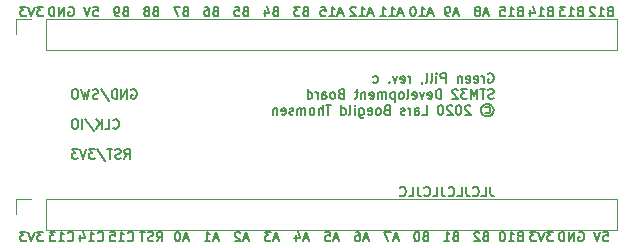
<source format=gbr>
G04 #@! TF.GenerationSoftware,KiCad,Pcbnew,5.1.9+dfsg1-1*
G04 #@! TF.CreationDate,2021-04-10T19:21:44+08:00*
G04 #@! TF.ProjectId,gp,67702e6b-6963-4616-945f-706362585858,c*
G04 #@! TF.SameCoordinates,Original*
G04 #@! TF.FileFunction,Legend,Bot*
G04 #@! TF.FilePolarity,Positive*
%FSLAX46Y46*%
G04 Gerber Fmt 4.6, Leading zero omitted, Abs format (unit mm)*
G04 Created by KiCad (PCBNEW 5.1.9+dfsg1-1) date 2021-04-10 19:21:44*
%MOMM*%
%LPD*%
G01*
G04 APERTURE LIST*
%ADD10C,0.150000*%
%ADD11C,0.120000*%
G04 APERTURE END LIST*
D10*
X164268095Y-111486904D02*
X164534761Y-111105952D01*
X164725238Y-111486904D02*
X164725238Y-110686904D01*
X164420476Y-110686904D01*
X164344285Y-110725000D01*
X164306190Y-110763095D01*
X164268095Y-110839285D01*
X164268095Y-110953571D01*
X164306190Y-111029761D01*
X164344285Y-111067857D01*
X164420476Y-111105952D01*
X164725238Y-111105952D01*
X163963333Y-111448809D02*
X163849047Y-111486904D01*
X163658571Y-111486904D01*
X163582380Y-111448809D01*
X163544285Y-111410714D01*
X163506190Y-111334523D01*
X163506190Y-111258333D01*
X163544285Y-111182142D01*
X163582380Y-111144047D01*
X163658571Y-111105952D01*
X163810952Y-111067857D01*
X163887142Y-111029761D01*
X163925238Y-110991666D01*
X163963333Y-110915476D01*
X163963333Y-110839285D01*
X163925238Y-110763095D01*
X163887142Y-110725000D01*
X163810952Y-110686904D01*
X163620476Y-110686904D01*
X163506190Y-110725000D01*
X163277619Y-110686904D02*
X162820476Y-110686904D01*
X163049047Y-111486904D02*
X163049047Y-110686904D01*
X161513928Y-104501904D02*
X161780595Y-104120952D01*
X161971071Y-104501904D02*
X161971071Y-103701904D01*
X161666309Y-103701904D01*
X161590119Y-103740000D01*
X161552023Y-103778095D01*
X161513928Y-103854285D01*
X161513928Y-103968571D01*
X161552023Y-104044761D01*
X161590119Y-104082857D01*
X161666309Y-104120952D01*
X161971071Y-104120952D01*
X161209166Y-104463809D02*
X161094880Y-104501904D01*
X160904404Y-104501904D01*
X160828214Y-104463809D01*
X160790119Y-104425714D01*
X160752023Y-104349523D01*
X160752023Y-104273333D01*
X160790119Y-104197142D01*
X160828214Y-104159047D01*
X160904404Y-104120952D01*
X161056785Y-104082857D01*
X161132976Y-104044761D01*
X161171071Y-104006666D01*
X161209166Y-103930476D01*
X161209166Y-103854285D01*
X161171071Y-103778095D01*
X161132976Y-103740000D01*
X161056785Y-103701904D01*
X160866309Y-103701904D01*
X160752023Y-103740000D01*
X160523452Y-103701904D02*
X160066309Y-103701904D01*
X160294880Y-104501904D02*
X160294880Y-103701904D01*
X159228214Y-103663809D02*
X159913928Y-104692380D01*
X159037738Y-103701904D02*
X158542500Y-103701904D01*
X158809166Y-104006666D01*
X158694880Y-104006666D01*
X158618690Y-104044761D01*
X158580595Y-104082857D01*
X158542500Y-104159047D01*
X158542500Y-104349523D01*
X158580595Y-104425714D01*
X158618690Y-104463809D01*
X158694880Y-104501904D01*
X158923452Y-104501904D01*
X158999642Y-104463809D01*
X159037738Y-104425714D01*
X158313928Y-103701904D02*
X158047261Y-104501904D01*
X157780595Y-103701904D01*
X157590119Y-103701904D02*
X157094880Y-103701904D01*
X157361547Y-104006666D01*
X157247261Y-104006666D01*
X157171071Y-104044761D01*
X157132976Y-104082857D01*
X157094880Y-104159047D01*
X157094880Y-104349523D01*
X157132976Y-104425714D01*
X157171071Y-104463809D01*
X157247261Y-104501904D01*
X157475833Y-104501904D01*
X157552023Y-104463809D01*
X157590119Y-104425714D01*
X160599642Y-101885714D02*
X160637738Y-101923809D01*
X160752023Y-101961904D01*
X160828214Y-101961904D01*
X160942500Y-101923809D01*
X161018690Y-101847619D01*
X161056785Y-101771428D01*
X161094880Y-101619047D01*
X161094880Y-101504761D01*
X161056785Y-101352380D01*
X161018690Y-101276190D01*
X160942500Y-101200000D01*
X160828214Y-101161904D01*
X160752023Y-101161904D01*
X160637738Y-101200000D01*
X160599642Y-101238095D01*
X159875833Y-101961904D02*
X160256785Y-101961904D01*
X160256785Y-101161904D01*
X159609166Y-101961904D02*
X159609166Y-101161904D01*
X159152023Y-101961904D02*
X159494880Y-101504761D01*
X159152023Y-101161904D02*
X159609166Y-101619047D01*
X158237738Y-101123809D02*
X158923452Y-102152380D01*
X157971071Y-101961904D02*
X157971071Y-101161904D01*
X157437738Y-101161904D02*
X157285357Y-101161904D01*
X157209166Y-101200000D01*
X157132976Y-101276190D01*
X157094880Y-101428571D01*
X157094880Y-101695238D01*
X157132976Y-101847619D01*
X157209166Y-101923809D01*
X157285357Y-101961904D01*
X157437738Y-101961904D01*
X157513928Y-101923809D01*
X157590119Y-101847619D01*
X157628214Y-101695238D01*
X157628214Y-101428571D01*
X157590119Y-101276190D01*
X157513928Y-101200000D01*
X157437738Y-101161904D01*
X162123452Y-98660000D02*
X162199642Y-98621904D01*
X162313928Y-98621904D01*
X162428214Y-98660000D01*
X162504404Y-98736190D01*
X162542500Y-98812380D01*
X162580595Y-98964761D01*
X162580595Y-99079047D01*
X162542500Y-99231428D01*
X162504404Y-99307619D01*
X162428214Y-99383809D01*
X162313928Y-99421904D01*
X162237738Y-99421904D01*
X162123452Y-99383809D01*
X162085357Y-99345714D01*
X162085357Y-99079047D01*
X162237738Y-99079047D01*
X161742500Y-99421904D02*
X161742500Y-98621904D01*
X161285357Y-99421904D01*
X161285357Y-98621904D01*
X160904404Y-99421904D02*
X160904404Y-98621904D01*
X160713928Y-98621904D01*
X160599642Y-98660000D01*
X160523452Y-98736190D01*
X160485357Y-98812380D01*
X160447261Y-98964761D01*
X160447261Y-99079047D01*
X160485357Y-99231428D01*
X160523452Y-99307619D01*
X160599642Y-99383809D01*
X160713928Y-99421904D01*
X160904404Y-99421904D01*
X159532976Y-98583809D02*
X160218690Y-99612380D01*
X159304404Y-99383809D02*
X159190119Y-99421904D01*
X158999642Y-99421904D01*
X158923452Y-99383809D01*
X158885357Y-99345714D01*
X158847261Y-99269523D01*
X158847261Y-99193333D01*
X158885357Y-99117142D01*
X158923452Y-99079047D01*
X158999642Y-99040952D01*
X159152023Y-99002857D01*
X159228214Y-98964761D01*
X159266309Y-98926666D01*
X159304404Y-98850476D01*
X159304404Y-98774285D01*
X159266309Y-98698095D01*
X159228214Y-98660000D01*
X159152023Y-98621904D01*
X158961547Y-98621904D01*
X158847261Y-98660000D01*
X158580595Y-98621904D02*
X158390119Y-99421904D01*
X158237738Y-98850476D01*
X158085357Y-99421904D01*
X157894880Y-98621904D01*
X157437738Y-98621904D02*
X157285357Y-98621904D01*
X157209166Y-98660000D01*
X157132976Y-98736190D01*
X157094880Y-98888571D01*
X157094880Y-99155238D01*
X157132976Y-99307619D01*
X157209166Y-99383809D01*
X157285357Y-99421904D01*
X157437738Y-99421904D01*
X157513928Y-99383809D01*
X157590119Y-99307619D01*
X157628214Y-99155238D01*
X157628214Y-98888571D01*
X157590119Y-98736190D01*
X157513928Y-98660000D01*
X157437738Y-98621904D01*
X192523452Y-106876904D02*
X192523452Y-107448333D01*
X192561547Y-107562619D01*
X192637738Y-107638809D01*
X192752023Y-107676904D01*
X192828214Y-107676904D01*
X191761547Y-107676904D02*
X192142500Y-107676904D01*
X192142500Y-106876904D01*
X191037738Y-107600714D02*
X191075833Y-107638809D01*
X191190119Y-107676904D01*
X191266309Y-107676904D01*
X191380595Y-107638809D01*
X191456785Y-107562619D01*
X191494880Y-107486428D01*
X191532976Y-107334047D01*
X191532976Y-107219761D01*
X191494880Y-107067380D01*
X191456785Y-106991190D01*
X191380595Y-106915000D01*
X191266309Y-106876904D01*
X191190119Y-106876904D01*
X191075833Y-106915000D01*
X191037738Y-106953095D01*
X190466309Y-106876904D02*
X190466309Y-107448333D01*
X190504404Y-107562619D01*
X190580595Y-107638809D01*
X190694880Y-107676904D01*
X190771071Y-107676904D01*
X189704404Y-107676904D02*
X190085357Y-107676904D01*
X190085357Y-106876904D01*
X188980595Y-107600714D02*
X189018690Y-107638809D01*
X189132976Y-107676904D01*
X189209166Y-107676904D01*
X189323452Y-107638809D01*
X189399642Y-107562619D01*
X189437738Y-107486428D01*
X189475833Y-107334047D01*
X189475833Y-107219761D01*
X189437738Y-107067380D01*
X189399642Y-106991190D01*
X189323452Y-106915000D01*
X189209166Y-106876904D01*
X189132976Y-106876904D01*
X189018690Y-106915000D01*
X188980595Y-106953095D01*
X188409166Y-106876904D02*
X188409166Y-107448333D01*
X188447261Y-107562619D01*
X188523452Y-107638809D01*
X188637738Y-107676904D01*
X188713928Y-107676904D01*
X187647261Y-107676904D02*
X188028214Y-107676904D01*
X188028214Y-106876904D01*
X186923452Y-107600714D02*
X186961547Y-107638809D01*
X187075833Y-107676904D01*
X187152023Y-107676904D01*
X187266309Y-107638809D01*
X187342500Y-107562619D01*
X187380595Y-107486428D01*
X187418690Y-107334047D01*
X187418690Y-107219761D01*
X187380595Y-107067380D01*
X187342500Y-106991190D01*
X187266309Y-106915000D01*
X187152023Y-106876904D01*
X187075833Y-106876904D01*
X186961547Y-106915000D01*
X186923452Y-106953095D01*
X186352023Y-106876904D02*
X186352023Y-107448333D01*
X186390119Y-107562619D01*
X186466309Y-107638809D01*
X186580595Y-107676904D01*
X186656785Y-107676904D01*
X185590119Y-107676904D02*
X185971071Y-107676904D01*
X185971071Y-106876904D01*
X184866309Y-107600714D02*
X184904404Y-107638809D01*
X185018690Y-107676904D01*
X185094880Y-107676904D01*
X185209166Y-107638809D01*
X185285357Y-107562619D01*
X185323452Y-107486428D01*
X185361547Y-107334047D01*
X185361547Y-107219761D01*
X185323452Y-107067380D01*
X185285357Y-106991190D01*
X185209166Y-106915000D01*
X185094880Y-106876904D01*
X185018690Y-106876904D01*
X184904404Y-106915000D01*
X184866309Y-106953095D01*
X154660476Y-110686904D02*
X154165238Y-110686904D01*
X154431904Y-110991666D01*
X154317619Y-110991666D01*
X154241428Y-111029761D01*
X154203333Y-111067857D01*
X154165238Y-111144047D01*
X154165238Y-111334523D01*
X154203333Y-111410714D01*
X154241428Y-111448809D01*
X154317619Y-111486904D01*
X154546190Y-111486904D01*
X154622380Y-111448809D01*
X154660476Y-111410714D01*
X153936666Y-110686904D02*
X153670000Y-111486904D01*
X153403333Y-110686904D01*
X153212857Y-110686904D02*
X152717619Y-110686904D01*
X152984285Y-110991666D01*
X152870000Y-110991666D01*
X152793809Y-111029761D01*
X152755714Y-111067857D01*
X152717619Y-111144047D01*
X152717619Y-111334523D01*
X152755714Y-111410714D01*
X152793809Y-111448809D01*
X152870000Y-111486904D01*
X153098571Y-111486904D01*
X153174761Y-111448809D01*
X153212857Y-111410714D01*
X156724285Y-111410714D02*
X156762380Y-111448809D01*
X156876666Y-111486904D01*
X156952857Y-111486904D01*
X157067142Y-111448809D01*
X157143333Y-111372619D01*
X157181428Y-111296428D01*
X157219523Y-111144047D01*
X157219523Y-111029761D01*
X157181428Y-110877380D01*
X157143333Y-110801190D01*
X157067142Y-110725000D01*
X156952857Y-110686904D01*
X156876666Y-110686904D01*
X156762380Y-110725000D01*
X156724285Y-110763095D01*
X155962380Y-111486904D02*
X156419523Y-111486904D01*
X156190952Y-111486904D02*
X156190952Y-110686904D01*
X156267142Y-110801190D01*
X156343333Y-110877380D01*
X156419523Y-110915476D01*
X155695714Y-110686904D02*
X155200476Y-110686904D01*
X155467142Y-110991666D01*
X155352857Y-110991666D01*
X155276666Y-111029761D01*
X155238571Y-111067857D01*
X155200476Y-111144047D01*
X155200476Y-111334523D01*
X155238571Y-111410714D01*
X155276666Y-111448809D01*
X155352857Y-111486904D01*
X155581428Y-111486904D01*
X155657619Y-111448809D01*
X155695714Y-111410714D01*
X159264285Y-111410714D02*
X159302380Y-111448809D01*
X159416666Y-111486904D01*
X159492857Y-111486904D01*
X159607142Y-111448809D01*
X159683333Y-111372619D01*
X159721428Y-111296428D01*
X159759523Y-111144047D01*
X159759523Y-111029761D01*
X159721428Y-110877380D01*
X159683333Y-110801190D01*
X159607142Y-110725000D01*
X159492857Y-110686904D01*
X159416666Y-110686904D01*
X159302380Y-110725000D01*
X159264285Y-110763095D01*
X158502380Y-111486904D02*
X158959523Y-111486904D01*
X158730952Y-111486904D02*
X158730952Y-110686904D01*
X158807142Y-110801190D01*
X158883333Y-110877380D01*
X158959523Y-110915476D01*
X157816666Y-110953571D02*
X157816666Y-111486904D01*
X158007142Y-110648809D02*
X158197619Y-111220238D01*
X157702380Y-111220238D01*
X161804285Y-111410714D02*
X161842380Y-111448809D01*
X161956666Y-111486904D01*
X162032857Y-111486904D01*
X162147142Y-111448809D01*
X162223333Y-111372619D01*
X162261428Y-111296428D01*
X162299523Y-111144047D01*
X162299523Y-111029761D01*
X162261428Y-110877380D01*
X162223333Y-110801190D01*
X162147142Y-110725000D01*
X162032857Y-110686904D01*
X161956666Y-110686904D01*
X161842380Y-110725000D01*
X161804285Y-110763095D01*
X161042380Y-111486904D02*
X161499523Y-111486904D01*
X161270952Y-111486904D02*
X161270952Y-110686904D01*
X161347142Y-110801190D01*
X161423333Y-110877380D01*
X161499523Y-110915476D01*
X160318571Y-110686904D02*
X160699523Y-110686904D01*
X160737619Y-111067857D01*
X160699523Y-111029761D01*
X160623333Y-110991666D01*
X160432857Y-110991666D01*
X160356666Y-111029761D01*
X160318571Y-111067857D01*
X160280476Y-111144047D01*
X160280476Y-111334523D01*
X160318571Y-111410714D01*
X160356666Y-111448809D01*
X160432857Y-111486904D01*
X160623333Y-111486904D01*
X160699523Y-111448809D01*
X160737619Y-111410714D01*
X166941428Y-111258333D02*
X166560476Y-111258333D01*
X167017619Y-111486904D02*
X166750952Y-110686904D01*
X166484285Y-111486904D01*
X166065238Y-110686904D02*
X165989047Y-110686904D01*
X165912857Y-110725000D01*
X165874761Y-110763095D01*
X165836666Y-110839285D01*
X165798571Y-110991666D01*
X165798571Y-111182142D01*
X165836666Y-111334523D01*
X165874761Y-111410714D01*
X165912857Y-111448809D01*
X165989047Y-111486904D01*
X166065238Y-111486904D01*
X166141428Y-111448809D01*
X166179523Y-111410714D01*
X166217619Y-111334523D01*
X166255714Y-111182142D01*
X166255714Y-110991666D01*
X166217619Y-110839285D01*
X166179523Y-110763095D01*
X166141428Y-110725000D01*
X166065238Y-110686904D01*
X169481428Y-111258333D02*
X169100476Y-111258333D01*
X169557619Y-111486904D02*
X169290952Y-110686904D01*
X169024285Y-111486904D01*
X168338571Y-111486904D02*
X168795714Y-111486904D01*
X168567142Y-111486904D02*
X168567142Y-110686904D01*
X168643333Y-110801190D01*
X168719523Y-110877380D01*
X168795714Y-110915476D01*
X172021428Y-111258333D02*
X171640476Y-111258333D01*
X172097619Y-111486904D02*
X171830952Y-110686904D01*
X171564285Y-111486904D01*
X171335714Y-110763095D02*
X171297619Y-110725000D01*
X171221428Y-110686904D01*
X171030952Y-110686904D01*
X170954761Y-110725000D01*
X170916666Y-110763095D01*
X170878571Y-110839285D01*
X170878571Y-110915476D01*
X170916666Y-111029761D01*
X171373809Y-111486904D01*
X170878571Y-111486904D01*
X174561428Y-111258333D02*
X174180476Y-111258333D01*
X174637619Y-111486904D02*
X174370952Y-110686904D01*
X174104285Y-111486904D01*
X173913809Y-110686904D02*
X173418571Y-110686904D01*
X173685238Y-110991666D01*
X173570952Y-110991666D01*
X173494761Y-111029761D01*
X173456666Y-111067857D01*
X173418571Y-111144047D01*
X173418571Y-111334523D01*
X173456666Y-111410714D01*
X173494761Y-111448809D01*
X173570952Y-111486904D01*
X173799523Y-111486904D01*
X173875714Y-111448809D01*
X173913809Y-111410714D01*
X177101428Y-111258333D02*
X176720476Y-111258333D01*
X177177619Y-111486904D02*
X176910952Y-110686904D01*
X176644285Y-111486904D01*
X176034761Y-110953571D02*
X176034761Y-111486904D01*
X176225238Y-110648809D02*
X176415714Y-111220238D01*
X175920476Y-111220238D01*
X179641428Y-111258333D02*
X179260476Y-111258333D01*
X179717619Y-111486904D02*
X179450952Y-110686904D01*
X179184285Y-111486904D01*
X178536666Y-110686904D02*
X178917619Y-110686904D01*
X178955714Y-111067857D01*
X178917619Y-111029761D01*
X178841428Y-110991666D01*
X178650952Y-110991666D01*
X178574761Y-111029761D01*
X178536666Y-111067857D01*
X178498571Y-111144047D01*
X178498571Y-111334523D01*
X178536666Y-111410714D01*
X178574761Y-111448809D01*
X178650952Y-111486904D01*
X178841428Y-111486904D01*
X178917619Y-111448809D01*
X178955714Y-111410714D01*
X182181428Y-111258333D02*
X181800476Y-111258333D01*
X182257619Y-111486904D02*
X181990952Y-110686904D01*
X181724285Y-111486904D01*
X181114761Y-110686904D02*
X181267142Y-110686904D01*
X181343333Y-110725000D01*
X181381428Y-110763095D01*
X181457619Y-110877380D01*
X181495714Y-111029761D01*
X181495714Y-111334523D01*
X181457619Y-111410714D01*
X181419523Y-111448809D01*
X181343333Y-111486904D01*
X181190952Y-111486904D01*
X181114761Y-111448809D01*
X181076666Y-111410714D01*
X181038571Y-111334523D01*
X181038571Y-111144047D01*
X181076666Y-111067857D01*
X181114761Y-111029761D01*
X181190952Y-110991666D01*
X181343333Y-110991666D01*
X181419523Y-111029761D01*
X181457619Y-111067857D01*
X181495714Y-111144047D01*
X184721428Y-111258333D02*
X184340476Y-111258333D01*
X184797619Y-111486904D02*
X184530952Y-110686904D01*
X184264285Y-111486904D01*
X184073809Y-110686904D02*
X183540476Y-110686904D01*
X183883333Y-111486904D01*
X187013809Y-111067857D02*
X186899523Y-111105952D01*
X186861428Y-111144047D01*
X186823333Y-111220238D01*
X186823333Y-111334523D01*
X186861428Y-111410714D01*
X186899523Y-111448809D01*
X186975714Y-111486904D01*
X187280476Y-111486904D01*
X187280476Y-110686904D01*
X187013809Y-110686904D01*
X186937619Y-110725000D01*
X186899523Y-110763095D01*
X186861428Y-110839285D01*
X186861428Y-110915476D01*
X186899523Y-110991666D01*
X186937619Y-111029761D01*
X187013809Y-111067857D01*
X187280476Y-111067857D01*
X186328095Y-110686904D02*
X186251904Y-110686904D01*
X186175714Y-110725000D01*
X186137619Y-110763095D01*
X186099523Y-110839285D01*
X186061428Y-110991666D01*
X186061428Y-111182142D01*
X186099523Y-111334523D01*
X186137619Y-111410714D01*
X186175714Y-111448809D01*
X186251904Y-111486904D01*
X186328095Y-111486904D01*
X186404285Y-111448809D01*
X186442380Y-111410714D01*
X186480476Y-111334523D01*
X186518571Y-111182142D01*
X186518571Y-110991666D01*
X186480476Y-110839285D01*
X186442380Y-110763095D01*
X186404285Y-110725000D01*
X186328095Y-110686904D01*
X189553809Y-111067857D02*
X189439523Y-111105952D01*
X189401428Y-111144047D01*
X189363333Y-111220238D01*
X189363333Y-111334523D01*
X189401428Y-111410714D01*
X189439523Y-111448809D01*
X189515714Y-111486904D01*
X189820476Y-111486904D01*
X189820476Y-110686904D01*
X189553809Y-110686904D01*
X189477619Y-110725000D01*
X189439523Y-110763095D01*
X189401428Y-110839285D01*
X189401428Y-110915476D01*
X189439523Y-110991666D01*
X189477619Y-111029761D01*
X189553809Y-111067857D01*
X189820476Y-111067857D01*
X188601428Y-111486904D02*
X189058571Y-111486904D01*
X188830000Y-111486904D02*
X188830000Y-110686904D01*
X188906190Y-110801190D01*
X188982380Y-110877380D01*
X189058571Y-110915476D01*
X192093809Y-111067857D02*
X191979523Y-111105952D01*
X191941428Y-111144047D01*
X191903333Y-111220238D01*
X191903333Y-111334523D01*
X191941428Y-111410714D01*
X191979523Y-111448809D01*
X192055714Y-111486904D01*
X192360476Y-111486904D01*
X192360476Y-110686904D01*
X192093809Y-110686904D01*
X192017619Y-110725000D01*
X191979523Y-110763095D01*
X191941428Y-110839285D01*
X191941428Y-110915476D01*
X191979523Y-110991666D01*
X192017619Y-111029761D01*
X192093809Y-111067857D01*
X192360476Y-111067857D01*
X191598571Y-110763095D02*
X191560476Y-110725000D01*
X191484285Y-110686904D01*
X191293809Y-110686904D01*
X191217619Y-110725000D01*
X191179523Y-110763095D01*
X191141428Y-110839285D01*
X191141428Y-110915476D01*
X191179523Y-111029761D01*
X191636666Y-111486904D01*
X191141428Y-111486904D01*
X195014761Y-111067857D02*
X194900476Y-111105952D01*
X194862380Y-111144047D01*
X194824285Y-111220238D01*
X194824285Y-111334523D01*
X194862380Y-111410714D01*
X194900476Y-111448809D01*
X194976666Y-111486904D01*
X195281428Y-111486904D01*
X195281428Y-110686904D01*
X195014761Y-110686904D01*
X194938571Y-110725000D01*
X194900476Y-110763095D01*
X194862380Y-110839285D01*
X194862380Y-110915476D01*
X194900476Y-110991666D01*
X194938571Y-111029761D01*
X195014761Y-111067857D01*
X195281428Y-111067857D01*
X194062380Y-111486904D02*
X194519523Y-111486904D01*
X194290952Y-111486904D02*
X194290952Y-110686904D01*
X194367142Y-110801190D01*
X194443333Y-110877380D01*
X194519523Y-110915476D01*
X193567142Y-110686904D02*
X193490952Y-110686904D01*
X193414761Y-110725000D01*
X193376666Y-110763095D01*
X193338571Y-110839285D01*
X193300476Y-110991666D01*
X193300476Y-111182142D01*
X193338571Y-111334523D01*
X193376666Y-111410714D01*
X193414761Y-111448809D01*
X193490952Y-111486904D01*
X193567142Y-111486904D01*
X193643333Y-111448809D01*
X193681428Y-111410714D01*
X193719523Y-111334523D01*
X193757619Y-111182142D01*
X193757619Y-110991666D01*
X193719523Y-110839285D01*
X193681428Y-110763095D01*
X193643333Y-110725000D01*
X193567142Y-110686904D01*
X197840476Y-110686904D02*
X197345238Y-110686904D01*
X197611904Y-110991666D01*
X197497619Y-110991666D01*
X197421428Y-111029761D01*
X197383333Y-111067857D01*
X197345238Y-111144047D01*
X197345238Y-111334523D01*
X197383333Y-111410714D01*
X197421428Y-111448809D01*
X197497619Y-111486904D01*
X197726190Y-111486904D01*
X197802380Y-111448809D01*
X197840476Y-111410714D01*
X197116666Y-110686904D02*
X196850000Y-111486904D01*
X196583333Y-110686904D01*
X196392857Y-110686904D02*
X195897619Y-110686904D01*
X196164285Y-110991666D01*
X196050000Y-110991666D01*
X195973809Y-111029761D01*
X195935714Y-111067857D01*
X195897619Y-111144047D01*
X195897619Y-111334523D01*
X195935714Y-111410714D01*
X195973809Y-111448809D01*
X196050000Y-111486904D01*
X196278571Y-111486904D01*
X196354761Y-111448809D01*
X196392857Y-111410714D01*
X202082380Y-110686904D02*
X202463333Y-110686904D01*
X202501428Y-111067857D01*
X202463333Y-111029761D01*
X202387142Y-110991666D01*
X202196666Y-110991666D01*
X202120476Y-111029761D01*
X202082380Y-111067857D01*
X202044285Y-111144047D01*
X202044285Y-111334523D01*
X202082380Y-111410714D01*
X202120476Y-111448809D01*
X202196666Y-111486904D01*
X202387142Y-111486904D01*
X202463333Y-111448809D01*
X202501428Y-111410714D01*
X201815714Y-110686904D02*
X201549047Y-111486904D01*
X201282380Y-110686904D01*
X199999523Y-110725000D02*
X200075714Y-110686904D01*
X200190000Y-110686904D01*
X200304285Y-110725000D01*
X200380476Y-110801190D01*
X200418571Y-110877380D01*
X200456666Y-111029761D01*
X200456666Y-111144047D01*
X200418571Y-111296428D01*
X200380476Y-111372619D01*
X200304285Y-111448809D01*
X200190000Y-111486904D01*
X200113809Y-111486904D01*
X199999523Y-111448809D01*
X199961428Y-111410714D01*
X199961428Y-111144047D01*
X200113809Y-111144047D01*
X199618571Y-111486904D02*
X199618571Y-110686904D01*
X199161428Y-111486904D01*
X199161428Y-110686904D01*
X198780476Y-111486904D02*
X198780476Y-110686904D01*
X198590000Y-110686904D01*
X198475714Y-110725000D01*
X198399523Y-110801190D01*
X198361428Y-110877380D01*
X198323333Y-111029761D01*
X198323333Y-111144047D01*
X198361428Y-111296428D01*
X198399523Y-111372619D01*
X198475714Y-111448809D01*
X198590000Y-111486904D01*
X198780476Y-111486904D01*
X154660476Y-91636904D02*
X154165238Y-91636904D01*
X154431904Y-91941666D01*
X154317619Y-91941666D01*
X154241428Y-91979761D01*
X154203333Y-92017857D01*
X154165238Y-92094047D01*
X154165238Y-92284523D01*
X154203333Y-92360714D01*
X154241428Y-92398809D01*
X154317619Y-92436904D01*
X154546190Y-92436904D01*
X154622380Y-92398809D01*
X154660476Y-92360714D01*
X153936666Y-91636904D02*
X153670000Y-92436904D01*
X153403333Y-91636904D01*
X153212857Y-91636904D02*
X152717619Y-91636904D01*
X152984285Y-91941666D01*
X152870000Y-91941666D01*
X152793809Y-91979761D01*
X152755714Y-92017857D01*
X152717619Y-92094047D01*
X152717619Y-92284523D01*
X152755714Y-92360714D01*
X152793809Y-92398809D01*
X152870000Y-92436904D01*
X153098571Y-92436904D01*
X153174761Y-92398809D01*
X153212857Y-92360714D01*
X156819523Y-91675000D02*
X156895714Y-91636904D01*
X157010000Y-91636904D01*
X157124285Y-91675000D01*
X157200476Y-91751190D01*
X157238571Y-91827380D01*
X157276666Y-91979761D01*
X157276666Y-92094047D01*
X157238571Y-92246428D01*
X157200476Y-92322619D01*
X157124285Y-92398809D01*
X157010000Y-92436904D01*
X156933809Y-92436904D01*
X156819523Y-92398809D01*
X156781428Y-92360714D01*
X156781428Y-92094047D01*
X156933809Y-92094047D01*
X156438571Y-92436904D02*
X156438571Y-91636904D01*
X155981428Y-92436904D01*
X155981428Y-91636904D01*
X155600476Y-92436904D02*
X155600476Y-91636904D01*
X155410000Y-91636904D01*
X155295714Y-91675000D01*
X155219523Y-91751190D01*
X155181428Y-91827380D01*
X155143333Y-91979761D01*
X155143333Y-92094047D01*
X155181428Y-92246428D01*
X155219523Y-92322619D01*
X155295714Y-92398809D01*
X155410000Y-92436904D01*
X155600476Y-92436904D01*
X158902380Y-91636904D02*
X159283333Y-91636904D01*
X159321428Y-92017857D01*
X159283333Y-91979761D01*
X159207142Y-91941666D01*
X159016666Y-91941666D01*
X158940476Y-91979761D01*
X158902380Y-92017857D01*
X158864285Y-92094047D01*
X158864285Y-92284523D01*
X158902380Y-92360714D01*
X158940476Y-92398809D01*
X159016666Y-92436904D01*
X159207142Y-92436904D01*
X159283333Y-92398809D01*
X159321428Y-92360714D01*
X158635714Y-91636904D02*
X158369047Y-92436904D01*
X158102380Y-91636904D01*
X161613809Y-92017857D02*
X161499523Y-92055952D01*
X161461428Y-92094047D01*
X161423333Y-92170238D01*
X161423333Y-92284523D01*
X161461428Y-92360714D01*
X161499523Y-92398809D01*
X161575714Y-92436904D01*
X161880476Y-92436904D01*
X161880476Y-91636904D01*
X161613809Y-91636904D01*
X161537619Y-91675000D01*
X161499523Y-91713095D01*
X161461428Y-91789285D01*
X161461428Y-91865476D01*
X161499523Y-91941666D01*
X161537619Y-91979761D01*
X161613809Y-92017857D01*
X161880476Y-92017857D01*
X161042380Y-92436904D02*
X160890000Y-92436904D01*
X160813809Y-92398809D01*
X160775714Y-92360714D01*
X160699523Y-92246428D01*
X160661428Y-92094047D01*
X160661428Y-91789285D01*
X160699523Y-91713095D01*
X160737619Y-91675000D01*
X160813809Y-91636904D01*
X160966190Y-91636904D01*
X161042380Y-91675000D01*
X161080476Y-91713095D01*
X161118571Y-91789285D01*
X161118571Y-91979761D01*
X161080476Y-92055952D01*
X161042380Y-92094047D01*
X160966190Y-92132142D01*
X160813809Y-92132142D01*
X160737619Y-92094047D01*
X160699523Y-92055952D01*
X160661428Y-91979761D01*
X164153809Y-92017857D02*
X164039523Y-92055952D01*
X164001428Y-92094047D01*
X163963333Y-92170238D01*
X163963333Y-92284523D01*
X164001428Y-92360714D01*
X164039523Y-92398809D01*
X164115714Y-92436904D01*
X164420476Y-92436904D01*
X164420476Y-91636904D01*
X164153809Y-91636904D01*
X164077619Y-91675000D01*
X164039523Y-91713095D01*
X164001428Y-91789285D01*
X164001428Y-91865476D01*
X164039523Y-91941666D01*
X164077619Y-91979761D01*
X164153809Y-92017857D01*
X164420476Y-92017857D01*
X163506190Y-91979761D02*
X163582380Y-91941666D01*
X163620476Y-91903571D01*
X163658571Y-91827380D01*
X163658571Y-91789285D01*
X163620476Y-91713095D01*
X163582380Y-91675000D01*
X163506190Y-91636904D01*
X163353809Y-91636904D01*
X163277619Y-91675000D01*
X163239523Y-91713095D01*
X163201428Y-91789285D01*
X163201428Y-91827380D01*
X163239523Y-91903571D01*
X163277619Y-91941666D01*
X163353809Y-91979761D01*
X163506190Y-91979761D01*
X163582380Y-92017857D01*
X163620476Y-92055952D01*
X163658571Y-92132142D01*
X163658571Y-92284523D01*
X163620476Y-92360714D01*
X163582380Y-92398809D01*
X163506190Y-92436904D01*
X163353809Y-92436904D01*
X163277619Y-92398809D01*
X163239523Y-92360714D01*
X163201428Y-92284523D01*
X163201428Y-92132142D01*
X163239523Y-92055952D01*
X163277619Y-92017857D01*
X163353809Y-91979761D01*
X166693809Y-92017857D02*
X166579523Y-92055952D01*
X166541428Y-92094047D01*
X166503333Y-92170238D01*
X166503333Y-92284523D01*
X166541428Y-92360714D01*
X166579523Y-92398809D01*
X166655714Y-92436904D01*
X166960476Y-92436904D01*
X166960476Y-91636904D01*
X166693809Y-91636904D01*
X166617619Y-91675000D01*
X166579523Y-91713095D01*
X166541428Y-91789285D01*
X166541428Y-91865476D01*
X166579523Y-91941666D01*
X166617619Y-91979761D01*
X166693809Y-92017857D01*
X166960476Y-92017857D01*
X166236666Y-91636904D02*
X165703333Y-91636904D01*
X166046190Y-92436904D01*
X169233809Y-92017857D02*
X169119523Y-92055952D01*
X169081428Y-92094047D01*
X169043333Y-92170238D01*
X169043333Y-92284523D01*
X169081428Y-92360714D01*
X169119523Y-92398809D01*
X169195714Y-92436904D01*
X169500476Y-92436904D01*
X169500476Y-91636904D01*
X169233809Y-91636904D01*
X169157619Y-91675000D01*
X169119523Y-91713095D01*
X169081428Y-91789285D01*
X169081428Y-91865476D01*
X169119523Y-91941666D01*
X169157619Y-91979761D01*
X169233809Y-92017857D01*
X169500476Y-92017857D01*
X168357619Y-91636904D02*
X168510000Y-91636904D01*
X168586190Y-91675000D01*
X168624285Y-91713095D01*
X168700476Y-91827380D01*
X168738571Y-91979761D01*
X168738571Y-92284523D01*
X168700476Y-92360714D01*
X168662380Y-92398809D01*
X168586190Y-92436904D01*
X168433809Y-92436904D01*
X168357619Y-92398809D01*
X168319523Y-92360714D01*
X168281428Y-92284523D01*
X168281428Y-92094047D01*
X168319523Y-92017857D01*
X168357619Y-91979761D01*
X168433809Y-91941666D01*
X168586190Y-91941666D01*
X168662380Y-91979761D01*
X168700476Y-92017857D01*
X168738571Y-92094047D01*
X171773809Y-92017857D02*
X171659523Y-92055952D01*
X171621428Y-92094047D01*
X171583333Y-92170238D01*
X171583333Y-92284523D01*
X171621428Y-92360714D01*
X171659523Y-92398809D01*
X171735714Y-92436904D01*
X172040476Y-92436904D01*
X172040476Y-91636904D01*
X171773809Y-91636904D01*
X171697619Y-91675000D01*
X171659523Y-91713095D01*
X171621428Y-91789285D01*
X171621428Y-91865476D01*
X171659523Y-91941666D01*
X171697619Y-91979761D01*
X171773809Y-92017857D01*
X172040476Y-92017857D01*
X170859523Y-91636904D02*
X171240476Y-91636904D01*
X171278571Y-92017857D01*
X171240476Y-91979761D01*
X171164285Y-91941666D01*
X170973809Y-91941666D01*
X170897619Y-91979761D01*
X170859523Y-92017857D01*
X170821428Y-92094047D01*
X170821428Y-92284523D01*
X170859523Y-92360714D01*
X170897619Y-92398809D01*
X170973809Y-92436904D01*
X171164285Y-92436904D01*
X171240476Y-92398809D01*
X171278571Y-92360714D01*
X174313809Y-92017857D02*
X174199523Y-92055952D01*
X174161428Y-92094047D01*
X174123333Y-92170238D01*
X174123333Y-92284523D01*
X174161428Y-92360714D01*
X174199523Y-92398809D01*
X174275714Y-92436904D01*
X174580476Y-92436904D01*
X174580476Y-91636904D01*
X174313809Y-91636904D01*
X174237619Y-91675000D01*
X174199523Y-91713095D01*
X174161428Y-91789285D01*
X174161428Y-91865476D01*
X174199523Y-91941666D01*
X174237619Y-91979761D01*
X174313809Y-92017857D01*
X174580476Y-92017857D01*
X173437619Y-91903571D02*
X173437619Y-92436904D01*
X173628095Y-91598809D02*
X173818571Y-92170238D01*
X173323333Y-92170238D01*
X176853809Y-92017857D02*
X176739523Y-92055952D01*
X176701428Y-92094047D01*
X176663333Y-92170238D01*
X176663333Y-92284523D01*
X176701428Y-92360714D01*
X176739523Y-92398809D01*
X176815714Y-92436904D01*
X177120476Y-92436904D01*
X177120476Y-91636904D01*
X176853809Y-91636904D01*
X176777619Y-91675000D01*
X176739523Y-91713095D01*
X176701428Y-91789285D01*
X176701428Y-91865476D01*
X176739523Y-91941666D01*
X176777619Y-91979761D01*
X176853809Y-92017857D01*
X177120476Y-92017857D01*
X176396666Y-91636904D02*
X175901428Y-91636904D01*
X176168095Y-91941666D01*
X176053809Y-91941666D01*
X175977619Y-91979761D01*
X175939523Y-92017857D01*
X175901428Y-92094047D01*
X175901428Y-92284523D01*
X175939523Y-92360714D01*
X175977619Y-92398809D01*
X176053809Y-92436904D01*
X176282380Y-92436904D01*
X176358571Y-92398809D01*
X176396666Y-92360714D01*
X180022380Y-92208333D02*
X179641428Y-92208333D01*
X180098571Y-92436904D02*
X179831904Y-91636904D01*
X179565238Y-92436904D01*
X178879523Y-92436904D02*
X179336666Y-92436904D01*
X179108095Y-92436904D02*
X179108095Y-91636904D01*
X179184285Y-91751190D01*
X179260476Y-91827380D01*
X179336666Y-91865476D01*
X178155714Y-91636904D02*
X178536666Y-91636904D01*
X178574761Y-92017857D01*
X178536666Y-91979761D01*
X178460476Y-91941666D01*
X178270000Y-91941666D01*
X178193809Y-91979761D01*
X178155714Y-92017857D01*
X178117619Y-92094047D01*
X178117619Y-92284523D01*
X178155714Y-92360714D01*
X178193809Y-92398809D01*
X178270000Y-92436904D01*
X178460476Y-92436904D01*
X178536666Y-92398809D01*
X178574761Y-92360714D01*
X182562380Y-92208333D02*
X182181428Y-92208333D01*
X182638571Y-92436904D02*
X182371904Y-91636904D01*
X182105238Y-92436904D01*
X181419523Y-92436904D02*
X181876666Y-92436904D01*
X181648095Y-92436904D02*
X181648095Y-91636904D01*
X181724285Y-91751190D01*
X181800476Y-91827380D01*
X181876666Y-91865476D01*
X181114761Y-91713095D02*
X181076666Y-91675000D01*
X181000476Y-91636904D01*
X180810000Y-91636904D01*
X180733809Y-91675000D01*
X180695714Y-91713095D01*
X180657619Y-91789285D01*
X180657619Y-91865476D01*
X180695714Y-91979761D01*
X181152857Y-92436904D01*
X180657619Y-92436904D01*
X185102380Y-92208333D02*
X184721428Y-92208333D01*
X185178571Y-92436904D02*
X184911904Y-91636904D01*
X184645238Y-92436904D01*
X183959523Y-92436904D02*
X184416666Y-92436904D01*
X184188095Y-92436904D02*
X184188095Y-91636904D01*
X184264285Y-91751190D01*
X184340476Y-91827380D01*
X184416666Y-91865476D01*
X183197619Y-92436904D02*
X183654761Y-92436904D01*
X183426190Y-92436904D02*
X183426190Y-91636904D01*
X183502380Y-91751190D01*
X183578571Y-91827380D01*
X183654761Y-91865476D01*
X187642380Y-92208333D02*
X187261428Y-92208333D01*
X187718571Y-92436904D02*
X187451904Y-91636904D01*
X187185238Y-92436904D01*
X186499523Y-92436904D02*
X186956666Y-92436904D01*
X186728095Y-92436904D02*
X186728095Y-91636904D01*
X186804285Y-91751190D01*
X186880476Y-91827380D01*
X186956666Y-91865476D01*
X186004285Y-91636904D02*
X185928095Y-91636904D01*
X185851904Y-91675000D01*
X185813809Y-91713095D01*
X185775714Y-91789285D01*
X185737619Y-91941666D01*
X185737619Y-92132142D01*
X185775714Y-92284523D01*
X185813809Y-92360714D01*
X185851904Y-92398809D01*
X185928095Y-92436904D01*
X186004285Y-92436904D01*
X186080476Y-92398809D01*
X186118571Y-92360714D01*
X186156666Y-92284523D01*
X186194761Y-92132142D01*
X186194761Y-91941666D01*
X186156666Y-91789285D01*
X186118571Y-91713095D01*
X186080476Y-91675000D01*
X186004285Y-91636904D01*
X189801428Y-92208333D02*
X189420476Y-92208333D01*
X189877619Y-92436904D02*
X189610952Y-91636904D01*
X189344285Y-92436904D01*
X189039523Y-92436904D02*
X188887142Y-92436904D01*
X188810952Y-92398809D01*
X188772857Y-92360714D01*
X188696666Y-92246428D01*
X188658571Y-92094047D01*
X188658571Y-91789285D01*
X188696666Y-91713095D01*
X188734761Y-91675000D01*
X188810952Y-91636904D01*
X188963333Y-91636904D01*
X189039523Y-91675000D01*
X189077619Y-91713095D01*
X189115714Y-91789285D01*
X189115714Y-91979761D01*
X189077619Y-92055952D01*
X189039523Y-92094047D01*
X188963333Y-92132142D01*
X188810952Y-92132142D01*
X188734761Y-92094047D01*
X188696666Y-92055952D01*
X188658571Y-91979761D01*
X192341428Y-92208333D02*
X191960476Y-92208333D01*
X192417619Y-92436904D02*
X192150952Y-91636904D01*
X191884285Y-92436904D01*
X191503333Y-91979761D02*
X191579523Y-91941666D01*
X191617619Y-91903571D01*
X191655714Y-91827380D01*
X191655714Y-91789285D01*
X191617619Y-91713095D01*
X191579523Y-91675000D01*
X191503333Y-91636904D01*
X191350952Y-91636904D01*
X191274761Y-91675000D01*
X191236666Y-91713095D01*
X191198571Y-91789285D01*
X191198571Y-91827380D01*
X191236666Y-91903571D01*
X191274761Y-91941666D01*
X191350952Y-91979761D01*
X191503333Y-91979761D01*
X191579523Y-92017857D01*
X191617619Y-92055952D01*
X191655714Y-92132142D01*
X191655714Y-92284523D01*
X191617619Y-92360714D01*
X191579523Y-92398809D01*
X191503333Y-92436904D01*
X191350952Y-92436904D01*
X191274761Y-92398809D01*
X191236666Y-92360714D01*
X191198571Y-92284523D01*
X191198571Y-92132142D01*
X191236666Y-92055952D01*
X191274761Y-92017857D01*
X191350952Y-91979761D01*
X195014761Y-92017857D02*
X194900476Y-92055952D01*
X194862380Y-92094047D01*
X194824285Y-92170238D01*
X194824285Y-92284523D01*
X194862380Y-92360714D01*
X194900476Y-92398809D01*
X194976666Y-92436904D01*
X195281428Y-92436904D01*
X195281428Y-91636904D01*
X195014761Y-91636904D01*
X194938571Y-91675000D01*
X194900476Y-91713095D01*
X194862380Y-91789285D01*
X194862380Y-91865476D01*
X194900476Y-91941666D01*
X194938571Y-91979761D01*
X195014761Y-92017857D01*
X195281428Y-92017857D01*
X194062380Y-92436904D02*
X194519523Y-92436904D01*
X194290952Y-92436904D02*
X194290952Y-91636904D01*
X194367142Y-91751190D01*
X194443333Y-91827380D01*
X194519523Y-91865476D01*
X193338571Y-91636904D02*
X193719523Y-91636904D01*
X193757619Y-92017857D01*
X193719523Y-91979761D01*
X193643333Y-91941666D01*
X193452857Y-91941666D01*
X193376666Y-91979761D01*
X193338571Y-92017857D01*
X193300476Y-92094047D01*
X193300476Y-92284523D01*
X193338571Y-92360714D01*
X193376666Y-92398809D01*
X193452857Y-92436904D01*
X193643333Y-92436904D01*
X193719523Y-92398809D01*
X193757619Y-92360714D01*
X197554761Y-92017857D02*
X197440476Y-92055952D01*
X197402380Y-92094047D01*
X197364285Y-92170238D01*
X197364285Y-92284523D01*
X197402380Y-92360714D01*
X197440476Y-92398809D01*
X197516666Y-92436904D01*
X197821428Y-92436904D01*
X197821428Y-91636904D01*
X197554761Y-91636904D01*
X197478571Y-91675000D01*
X197440476Y-91713095D01*
X197402380Y-91789285D01*
X197402380Y-91865476D01*
X197440476Y-91941666D01*
X197478571Y-91979761D01*
X197554761Y-92017857D01*
X197821428Y-92017857D01*
X196602380Y-92436904D02*
X197059523Y-92436904D01*
X196830952Y-92436904D02*
X196830952Y-91636904D01*
X196907142Y-91751190D01*
X196983333Y-91827380D01*
X197059523Y-91865476D01*
X195916666Y-91903571D02*
X195916666Y-92436904D01*
X196107142Y-91598809D02*
X196297619Y-92170238D01*
X195802380Y-92170238D01*
X200094761Y-92017857D02*
X199980476Y-92055952D01*
X199942380Y-92094047D01*
X199904285Y-92170238D01*
X199904285Y-92284523D01*
X199942380Y-92360714D01*
X199980476Y-92398809D01*
X200056666Y-92436904D01*
X200361428Y-92436904D01*
X200361428Y-91636904D01*
X200094761Y-91636904D01*
X200018571Y-91675000D01*
X199980476Y-91713095D01*
X199942380Y-91789285D01*
X199942380Y-91865476D01*
X199980476Y-91941666D01*
X200018571Y-91979761D01*
X200094761Y-92017857D01*
X200361428Y-92017857D01*
X199142380Y-92436904D02*
X199599523Y-92436904D01*
X199370952Y-92436904D02*
X199370952Y-91636904D01*
X199447142Y-91751190D01*
X199523333Y-91827380D01*
X199599523Y-91865476D01*
X198875714Y-91636904D02*
X198380476Y-91636904D01*
X198647142Y-91941666D01*
X198532857Y-91941666D01*
X198456666Y-91979761D01*
X198418571Y-92017857D01*
X198380476Y-92094047D01*
X198380476Y-92284523D01*
X198418571Y-92360714D01*
X198456666Y-92398809D01*
X198532857Y-92436904D01*
X198761428Y-92436904D01*
X198837619Y-92398809D01*
X198875714Y-92360714D01*
X202634761Y-92017857D02*
X202520476Y-92055952D01*
X202482380Y-92094047D01*
X202444285Y-92170238D01*
X202444285Y-92284523D01*
X202482380Y-92360714D01*
X202520476Y-92398809D01*
X202596666Y-92436904D01*
X202901428Y-92436904D01*
X202901428Y-91636904D01*
X202634761Y-91636904D01*
X202558571Y-91675000D01*
X202520476Y-91713095D01*
X202482380Y-91789285D01*
X202482380Y-91865476D01*
X202520476Y-91941666D01*
X202558571Y-91979761D01*
X202634761Y-92017857D01*
X202901428Y-92017857D01*
X201682380Y-92436904D02*
X202139523Y-92436904D01*
X201910952Y-92436904D02*
X201910952Y-91636904D01*
X201987142Y-91751190D01*
X202063333Y-91827380D01*
X202139523Y-91865476D01*
X201377619Y-91713095D02*
X201339523Y-91675000D01*
X201263333Y-91636904D01*
X201072857Y-91636904D01*
X200996666Y-91675000D01*
X200958571Y-91713095D01*
X200920476Y-91789285D01*
X200920476Y-91865476D01*
X200958571Y-91979761D01*
X201415714Y-92436904D01*
X200920476Y-92436904D01*
X192332976Y-97310000D02*
X192409166Y-97271904D01*
X192523452Y-97271904D01*
X192637738Y-97310000D01*
X192713928Y-97386190D01*
X192752023Y-97462380D01*
X192790119Y-97614761D01*
X192790119Y-97729047D01*
X192752023Y-97881428D01*
X192713928Y-97957619D01*
X192637738Y-98033809D01*
X192523452Y-98071904D01*
X192447261Y-98071904D01*
X192332976Y-98033809D01*
X192294880Y-97995714D01*
X192294880Y-97729047D01*
X192447261Y-97729047D01*
X191952023Y-98071904D02*
X191952023Y-97538571D01*
X191952023Y-97690952D02*
X191913928Y-97614761D01*
X191875833Y-97576666D01*
X191799642Y-97538571D01*
X191723452Y-97538571D01*
X191152023Y-98033809D02*
X191228214Y-98071904D01*
X191380595Y-98071904D01*
X191456785Y-98033809D01*
X191494880Y-97957619D01*
X191494880Y-97652857D01*
X191456785Y-97576666D01*
X191380595Y-97538571D01*
X191228214Y-97538571D01*
X191152023Y-97576666D01*
X191113928Y-97652857D01*
X191113928Y-97729047D01*
X191494880Y-97805238D01*
X190466309Y-98033809D02*
X190542500Y-98071904D01*
X190694880Y-98071904D01*
X190771071Y-98033809D01*
X190809166Y-97957619D01*
X190809166Y-97652857D01*
X190771071Y-97576666D01*
X190694880Y-97538571D01*
X190542500Y-97538571D01*
X190466309Y-97576666D01*
X190428214Y-97652857D01*
X190428214Y-97729047D01*
X190809166Y-97805238D01*
X190085357Y-97538571D02*
X190085357Y-98071904D01*
X190085357Y-97614761D02*
X190047261Y-97576666D01*
X189971071Y-97538571D01*
X189856785Y-97538571D01*
X189780595Y-97576666D01*
X189742500Y-97652857D01*
X189742500Y-98071904D01*
X188752023Y-98071904D02*
X188752023Y-97271904D01*
X188447261Y-97271904D01*
X188371071Y-97310000D01*
X188332976Y-97348095D01*
X188294880Y-97424285D01*
X188294880Y-97538571D01*
X188332976Y-97614761D01*
X188371071Y-97652857D01*
X188447261Y-97690952D01*
X188752023Y-97690952D01*
X187952023Y-98071904D02*
X187952023Y-97538571D01*
X187952023Y-97271904D02*
X187990119Y-97310000D01*
X187952023Y-97348095D01*
X187913928Y-97310000D01*
X187952023Y-97271904D01*
X187952023Y-97348095D01*
X187456785Y-98071904D02*
X187532976Y-98033809D01*
X187571071Y-97957619D01*
X187571071Y-97271904D01*
X187037738Y-98071904D02*
X187113928Y-98033809D01*
X187152023Y-97957619D01*
X187152023Y-97271904D01*
X186694880Y-98033809D02*
X186694880Y-98071904D01*
X186732976Y-98148095D01*
X186771071Y-98186190D01*
X185742500Y-98071904D02*
X185742500Y-97538571D01*
X185742500Y-97690952D02*
X185704404Y-97614761D01*
X185666309Y-97576666D01*
X185590119Y-97538571D01*
X185513928Y-97538571D01*
X184942500Y-98033809D02*
X185018690Y-98071904D01*
X185171071Y-98071904D01*
X185247261Y-98033809D01*
X185285357Y-97957619D01*
X185285357Y-97652857D01*
X185247261Y-97576666D01*
X185171071Y-97538571D01*
X185018690Y-97538571D01*
X184942500Y-97576666D01*
X184904404Y-97652857D01*
X184904404Y-97729047D01*
X185285357Y-97805238D01*
X184637738Y-97538571D02*
X184447261Y-98071904D01*
X184256785Y-97538571D01*
X183952023Y-97995714D02*
X183913928Y-98033809D01*
X183952023Y-98071904D01*
X183990119Y-98033809D01*
X183952023Y-97995714D01*
X183952023Y-98071904D01*
X182618690Y-98033809D02*
X182694880Y-98071904D01*
X182847261Y-98071904D01*
X182923452Y-98033809D01*
X182961547Y-97995714D01*
X182999642Y-97919523D01*
X182999642Y-97690952D01*
X182961547Y-97614761D01*
X182923452Y-97576666D01*
X182847261Y-97538571D01*
X182694880Y-97538571D01*
X182618690Y-97576666D01*
X192790119Y-99383809D02*
X192675833Y-99421904D01*
X192485357Y-99421904D01*
X192409166Y-99383809D01*
X192371071Y-99345714D01*
X192332976Y-99269523D01*
X192332976Y-99193333D01*
X192371071Y-99117142D01*
X192409166Y-99079047D01*
X192485357Y-99040952D01*
X192637738Y-99002857D01*
X192713928Y-98964761D01*
X192752023Y-98926666D01*
X192790119Y-98850476D01*
X192790119Y-98774285D01*
X192752023Y-98698095D01*
X192713928Y-98660000D01*
X192637738Y-98621904D01*
X192447261Y-98621904D01*
X192332976Y-98660000D01*
X192104404Y-98621904D02*
X191647261Y-98621904D01*
X191875833Y-99421904D02*
X191875833Y-98621904D01*
X191380595Y-99421904D02*
X191380595Y-98621904D01*
X191113928Y-99193333D01*
X190847261Y-98621904D01*
X190847261Y-99421904D01*
X190542500Y-98621904D02*
X190047261Y-98621904D01*
X190313928Y-98926666D01*
X190199642Y-98926666D01*
X190123452Y-98964761D01*
X190085357Y-99002857D01*
X190047261Y-99079047D01*
X190047261Y-99269523D01*
X190085357Y-99345714D01*
X190123452Y-99383809D01*
X190199642Y-99421904D01*
X190428214Y-99421904D01*
X190504404Y-99383809D01*
X190542500Y-99345714D01*
X189742500Y-98698095D02*
X189704404Y-98660000D01*
X189628214Y-98621904D01*
X189437738Y-98621904D01*
X189361547Y-98660000D01*
X189323452Y-98698095D01*
X189285357Y-98774285D01*
X189285357Y-98850476D01*
X189323452Y-98964761D01*
X189780595Y-99421904D01*
X189285357Y-99421904D01*
X188332976Y-99421904D02*
X188332976Y-98621904D01*
X188142500Y-98621904D01*
X188028214Y-98660000D01*
X187952023Y-98736190D01*
X187913928Y-98812380D01*
X187875833Y-98964761D01*
X187875833Y-99079047D01*
X187913928Y-99231428D01*
X187952023Y-99307619D01*
X188028214Y-99383809D01*
X188142500Y-99421904D01*
X188332976Y-99421904D01*
X187228214Y-99383809D02*
X187304404Y-99421904D01*
X187456785Y-99421904D01*
X187532976Y-99383809D01*
X187571071Y-99307619D01*
X187571071Y-99002857D01*
X187532976Y-98926666D01*
X187456785Y-98888571D01*
X187304404Y-98888571D01*
X187228214Y-98926666D01*
X187190119Y-99002857D01*
X187190119Y-99079047D01*
X187571071Y-99155238D01*
X186923452Y-98888571D02*
X186732976Y-99421904D01*
X186542500Y-98888571D01*
X185932976Y-99383809D02*
X186009166Y-99421904D01*
X186161547Y-99421904D01*
X186237738Y-99383809D01*
X186275833Y-99307619D01*
X186275833Y-99002857D01*
X186237738Y-98926666D01*
X186161547Y-98888571D01*
X186009166Y-98888571D01*
X185932976Y-98926666D01*
X185894880Y-99002857D01*
X185894880Y-99079047D01*
X186275833Y-99155238D01*
X185437738Y-99421904D02*
X185513928Y-99383809D01*
X185552023Y-99307619D01*
X185552023Y-98621904D01*
X185018690Y-99421904D02*
X185094880Y-99383809D01*
X185132976Y-99345714D01*
X185171071Y-99269523D01*
X185171071Y-99040952D01*
X185132976Y-98964761D01*
X185094880Y-98926666D01*
X185018690Y-98888571D01*
X184904404Y-98888571D01*
X184828214Y-98926666D01*
X184790119Y-98964761D01*
X184752023Y-99040952D01*
X184752023Y-99269523D01*
X184790119Y-99345714D01*
X184828214Y-99383809D01*
X184904404Y-99421904D01*
X185018690Y-99421904D01*
X184409166Y-98888571D02*
X184409166Y-99688571D01*
X184409166Y-98926666D02*
X184332976Y-98888571D01*
X184180595Y-98888571D01*
X184104404Y-98926666D01*
X184066309Y-98964761D01*
X184028214Y-99040952D01*
X184028214Y-99269523D01*
X184066309Y-99345714D01*
X184104404Y-99383809D01*
X184180595Y-99421904D01*
X184332976Y-99421904D01*
X184409166Y-99383809D01*
X183685357Y-99421904D02*
X183685357Y-98888571D01*
X183685357Y-98964761D02*
X183647261Y-98926666D01*
X183571071Y-98888571D01*
X183456785Y-98888571D01*
X183380595Y-98926666D01*
X183342500Y-99002857D01*
X183342500Y-99421904D01*
X183342500Y-99002857D02*
X183304404Y-98926666D01*
X183228214Y-98888571D01*
X183113928Y-98888571D01*
X183037738Y-98926666D01*
X182999642Y-99002857D01*
X182999642Y-99421904D01*
X182313928Y-99383809D02*
X182390119Y-99421904D01*
X182542500Y-99421904D01*
X182618690Y-99383809D01*
X182656785Y-99307619D01*
X182656785Y-99002857D01*
X182618690Y-98926666D01*
X182542500Y-98888571D01*
X182390119Y-98888571D01*
X182313928Y-98926666D01*
X182275833Y-99002857D01*
X182275833Y-99079047D01*
X182656785Y-99155238D01*
X181932976Y-98888571D02*
X181932976Y-99421904D01*
X181932976Y-98964761D02*
X181894880Y-98926666D01*
X181818690Y-98888571D01*
X181704404Y-98888571D01*
X181628214Y-98926666D01*
X181590119Y-99002857D01*
X181590119Y-99421904D01*
X181323452Y-98888571D02*
X181018690Y-98888571D01*
X181209166Y-98621904D02*
X181209166Y-99307619D01*
X181171071Y-99383809D01*
X181094880Y-99421904D01*
X181018690Y-99421904D01*
X179875833Y-99002857D02*
X179761547Y-99040952D01*
X179723452Y-99079047D01*
X179685357Y-99155238D01*
X179685357Y-99269523D01*
X179723452Y-99345714D01*
X179761547Y-99383809D01*
X179837738Y-99421904D01*
X180142500Y-99421904D01*
X180142500Y-98621904D01*
X179875833Y-98621904D01*
X179799642Y-98660000D01*
X179761547Y-98698095D01*
X179723452Y-98774285D01*
X179723452Y-98850476D01*
X179761547Y-98926666D01*
X179799642Y-98964761D01*
X179875833Y-99002857D01*
X180142500Y-99002857D01*
X179228214Y-99421904D02*
X179304404Y-99383809D01*
X179342500Y-99345714D01*
X179380595Y-99269523D01*
X179380595Y-99040952D01*
X179342500Y-98964761D01*
X179304404Y-98926666D01*
X179228214Y-98888571D01*
X179113928Y-98888571D01*
X179037738Y-98926666D01*
X178999642Y-98964761D01*
X178961547Y-99040952D01*
X178961547Y-99269523D01*
X178999642Y-99345714D01*
X179037738Y-99383809D01*
X179113928Y-99421904D01*
X179228214Y-99421904D01*
X178275833Y-99421904D02*
X178275833Y-99002857D01*
X178313928Y-98926666D01*
X178390119Y-98888571D01*
X178542500Y-98888571D01*
X178618690Y-98926666D01*
X178275833Y-99383809D02*
X178352023Y-99421904D01*
X178542500Y-99421904D01*
X178618690Y-99383809D01*
X178656785Y-99307619D01*
X178656785Y-99231428D01*
X178618690Y-99155238D01*
X178542500Y-99117142D01*
X178352023Y-99117142D01*
X178275833Y-99079047D01*
X177894880Y-99421904D02*
X177894880Y-98888571D01*
X177894880Y-99040952D02*
X177856785Y-98964761D01*
X177818690Y-98926666D01*
X177742500Y-98888571D01*
X177666309Y-98888571D01*
X177056785Y-99421904D02*
X177056785Y-98621904D01*
X177056785Y-99383809D02*
X177132976Y-99421904D01*
X177285357Y-99421904D01*
X177361547Y-99383809D01*
X177399642Y-99345714D01*
X177437738Y-99269523D01*
X177437738Y-99040952D01*
X177399642Y-98964761D01*
X177361547Y-98926666D01*
X177285357Y-98888571D01*
X177132976Y-98888571D01*
X177056785Y-98926666D01*
X192104404Y-100162380D02*
X192180595Y-100124285D01*
X192332976Y-100124285D01*
X192409166Y-100162380D01*
X192485357Y-100238571D01*
X192523452Y-100314761D01*
X192523452Y-100467142D01*
X192485357Y-100543333D01*
X192409166Y-100619523D01*
X192332976Y-100657619D01*
X192180595Y-100657619D01*
X192104404Y-100619523D01*
X192256785Y-99857619D02*
X192447261Y-99895714D01*
X192637738Y-100010000D01*
X192752023Y-100200476D01*
X192790119Y-100390952D01*
X192752023Y-100581428D01*
X192637738Y-100771904D01*
X192447261Y-100886190D01*
X192256785Y-100924285D01*
X192066309Y-100886190D01*
X191875833Y-100771904D01*
X191761547Y-100581428D01*
X191723452Y-100390952D01*
X191761547Y-100200476D01*
X191875833Y-100010000D01*
X192066309Y-99895714D01*
X192256785Y-99857619D01*
X190809166Y-100048095D02*
X190771071Y-100010000D01*
X190694880Y-99971904D01*
X190504404Y-99971904D01*
X190428214Y-100010000D01*
X190390119Y-100048095D01*
X190352023Y-100124285D01*
X190352023Y-100200476D01*
X190390119Y-100314761D01*
X190847261Y-100771904D01*
X190352023Y-100771904D01*
X189856785Y-99971904D02*
X189780595Y-99971904D01*
X189704404Y-100010000D01*
X189666309Y-100048095D01*
X189628214Y-100124285D01*
X189590119Y-100276666D01*
X189590119Y-100467142D01*
X189628214Y-100619523D01*
X189666309Y-100695714D01*
X189704404Y-100733809D01*
X189780595Y-100771904D01*
X189856785Y-100771904D01*
X189932976Y-100733809D01*
X189971071Y-100695714D01*
X190009166Y-100619523D01*
X190047261Y-100467142D01*
X190047261Y-100276666D01*
X190009166Y-100124285D01*
X189971071Y-100048095D01*
X189932976Y-100010000D01*
X189856785Y-99971904D01*
X189285357Y-100048095D02*
X189247261Y-100010000D01*
X189171071Y-99971904D01*
X188980595Y-99971904D01*
X188904404Y-100010000D01*
X188866309Y-100048095D01*
X188828214Y-100124285D01*
X188828214Y-100200476D01*
X188866309Y-100314761D01*
X189323452Y-100771904D01*
X188828214Y-100771904D01*
X188332976Y-99971904D02*
X188256785Y-99971904D01*
X188180595Y-100010000D01*
X188142500Y-100048095D01*
X188104404Y-100124285D01*
X188066309Y-100276666D01*
X188066309Y-100467142D01*
X188104404Y-100619523D01*
X188142500Y-100695714D01*
X188180595Y-100733809D01*
X188256785Y-100771904D01*
X188332976Y-100771904D01*
X188409166Y-100733809D01*
X188447261Y-100695714D01*
X188485357Y-100619523D01*
X188523452Y-100467142D01*
X188523452Y-100276666D01*
X188485357Y-100124285D01*
X188447261Y-100048095D01*
X188409166Y-100010000D01*
X188332976Y-99971904D01*
X186732976Y-100771904D02*
X187113928Y-100771904D01*
X187113928Y-99971904D01*
X186123452Y-100771904D02*
X186123452Y-100352857D01*
X186161547Y-100276666D01*
X186237738Y-100238571D01*
X186390119Y-100238571D01*
X186466309Y-100276666D01*
X186123452Y-100733809D02*
X186199642Y-100771904D01*
X186390119Y-100771904D01*
X186466309Y-100733809D01*
X186504404Y-100657619D01*
X186504404Y-100581428D01*
X186466309Y-100505238D01*
X186390119Y-100467142D01*
X186199642Y-100467142D01*
X186123452Y-100429047D01*
X185742500Y-100771904D02*
X185742500Y-100238571D01*
X185742500Y-100390952D02*
X185704404Y-100314761D01*
X185666309Y-100276666D01*
X185590119Y-100238571D01*
X185513928Y-100238571D01*
X185285357Y-100733809D02*
X185209166Y-100771904D01*
X185056785Y-100771904D01*
X184980595Y-100733809D01*
X184942500Y-100657619D01*
X184942500Y-100619523D01*
X184980595Y-100543333D01*
X185056785Y-100505238D01*
X185171071Y-100505238D01*
X185247261Y-100467142D01*
X185285357Y-100390952D01*
X185285357Y-100352857D01*
X185247261Y-100276666D01*
X185171071Y-100238571D01*
X185056785Y-100238571D01*
X184980595Y-100276666D01*
X183723452Y-100352857D02*
X183609166Y-100390952D01*
X183571071Y-100429047D01*
X183532976Y-100505238D01*
X183532976Y-100619523D01*
X183571071Y-100695714D01*
X183609166Y-100733809D01*
X183685357Y-100771904D01*
X183990119Y-100771904D01*
X183990119Y-99971904D01*
X183723452Y-99971904D01*
X183647261Y-100010000D01*
X183609166Y-100048095D01*
X183571071Y-100124285D01*
X183571071Y-100200476D01*
X183609166Y-100276666D01*
X183647261Y-100314761D01*
X183723452Y-100352857D01*
X183990119Y-100352857D01*
X183075833Y-100771904D02*
X183152023Y-100733809D01*
X183190119Y-100695714D01*
X183228214Y-100619523D01*
X183228214Y-100390952D01*
X183190119Y-100314761D01*
X183152023Y-100276666D01*
X183075833Y-100238571D01*
X182961547Y-100238571D01*
X182885357Y-100276666D01*
X182847261Y-100314761D01*
X182809166Y-100390952D01*
X182809166Y-100619523D01*
X182847261Y-100695714D01*
X182885357Y-100733809D01*
X182961547Y-100771904D01*
X183075833Y-100771904D01*
X182161547Y-100733809D02*
X182237738Y-100771904D01*
X182390119Y-100771904D01*
X182466309Y-100733809D01*
X182504404Y-100657619D01*
X182504404Y-100352857D01*
X182466309Y-100276666D01*
X182390119Y-100238571D01*
X182237738Y-100238571D01*
X182161547Y-100276666D01*
X182123452Y-100352857D01*
X182123452Y-100429047D01*
X182504404Y-100505238D01*
X181437738Y-100238571D02*
X181437738Y-100886190D01*
X181475833Y-100962380D01*
X181513928Y-101000476D01*
X181590119Y-101038571D01*
X181704404Y-101038571D01*
X181780595Y-101000476D01*
X181437738Y-100733809D02*
X181513928Y-100771904D01*
X181666309Y-100771904D01*
X181742500Y-100733809D01*
X181780595Y-100695714D01*
X181818690Y-100619523D01*
X181818690Y-100390952D01*
X181780595Y-100314761D01*
X181742500Y-100276666D01*
X181666309Y-100238571D01*
X181513928Y-100238571D01*
X181437738Y-100276666D01*
X181056785Y-100771904D02*
X181056785Y-100238571D01*
X181056785Y-99971904D02*
X181094880Y-100010000D01*
X181056785Y-100048095D01*
X181018690Y-100010000D01*
X181056785Y-99971904D01*
X181056785Y-100048095D01*
X180561547Y-100771904D02*
X180637738Y-100733809D01*
X180675833Y-100657619D01*
X180675833Y-99971904D01*
X179913928Y-100771904D02*
X179913928Y-99971904D01*
X179913928Y-100733809D02*
X179990119Y-100771904D01*
X180142500Y-100771904D01*
X180218690Y-100733809D01*
X180256785Y-100695714D01*
X180294880Y-100619523D01*
X180294880Y-100390952D01*
X180256785Y-100314761D01*
X180218690Y-100276666D01*
X180142500Y-100238571D01*
X179990119Y-100238571D01*
X179913928Y-100276666D01*
X179037738Y-99971904D02*
X178580595Y-99971904D01*
X178809166Y-100771904D02*
X178809166Y-99971904D01*
X178313928Y-100771904D02*
X178313928Y-99971904D01*
X177971071Y-100771904D02*
X177971071Y-100352857D01*
X178009166Y-100276666D01*
X178085357Y-100238571D01*
X178199642Y-100238571D01*
X178275833Y-100276666D01*
X178313928Y-100314761D01*
X177475833Y-100771904D02*
X177552023Y-100733809D01*
X177590119Y-100695714D01*
X177628214Y-100619523D01*
X177628214Y-100390952D01*
X177590119Y-100314761D01*
X177552023Y-100276666D01*
X177475833Y-100238571D01*
X177361547Y-100238571D01*
X177285357Y-100276666D01*
X177247261Y-100314761D01*
X177209166Y-100390952D01*
X177209166Y-100619523D01*
X177247261Y-100695714D01*
X177285357Y-100733809D01*
X177361547Y-100771904D01*
X177475833Y-100771904D01*
X176866309Y-100771904D02*
X176866309Y-100238571D01*
X176866309Y-100314761D02*
X176828214Y-100276666D01*
X176752023Y-100238571D01*
X176637738Y-100238571D01*
X176561547Y-100276666D01*
X176523452Y-100352857D01*
X176523452Y-100771904D01*
X176523452Y-100352857D02*
X176485357Y-100276666D01*
X176409166Y-100238571D01*
X176294880Y-100238571D01*
X176218690Y-100276666D01*
X176180595Y-100352857D01*
X176180595Y-100771904D01*
X175837738Y-100733809D02*
X175761547Y-100771904D01*
X175609166Y-100771904D01*
X175532976Y-100733809D01*
X175494880Y-100657619D01*
X175494880Y-100619523D01*
X175532976Y-100543333D01*
X175609166Y-100505238D01*
X175723452Y-100505238D01*
X175799642Y-100467142D01*
X175837738Y-100390952D01*
X175837738Y-100352857D01*
X175799642Y-100276666D01*
X175723452Y-100238571D01*
X175609166Y-100238571D01*
X175532976Y-100276666D01*
X174847261Y-100733809D02*
X174923452Y-100771904D01*
X175075833Y-100771904D01*
X175152023Y-100733809D01*
X175190119Y-100657619D01*
X175190119Y-100352857D01*
X175152023Y-100276666D01*
X175075833Y-100238571D01*
X174923452Y-100238571D01*
X174847261Y-100276666D01*
X174809166Y-100352857D01*
X174809166Y-100429047D01*
X175190119Y-100505238D01*
X174466309Y-100238571D02*
X174466309Y-100771904D01*
X174466309Y-100314761D02*
X174428214Y-100276666D01*
X174352023Y-100238571D01*
X174237738Y-100238571D01*
X174161547Y-100276666D01*
X174123452Y-100352857D01*
X174123452Y-100771904D01*
D11*
G04 #@! TO.C,J3*
X152340000Y-107890000D02*
X152340000Y-109220000D01*
X153670000Y-107890000D02*
X152340000Y-107890000D01*
X154940000Y-107890000D02*
X154940000Y-110550000D01*
X154940000Y-110550000D02*
X203260000Y-110550000D01*
X154940000Y-107890000D02*
X203260000Y-107890000D01*
X203260000Y-107890000D02*
X203260000Y-110550000D01*
G04 #@! TO.C,J4*
X152340000Y-92650000D02*
X152340000Y-93980000D01*
X153670000Y-92650000D02*
X152340000Y-92650000D01*
X154940000Y-92650000D02*
X154940000Y-95310000D01*
X154940000Y-95310000D02*
X203260000Y-95310000D01*
X154940000Y-92650000D02*
X203260000Y-92650000D01*
X203260000Y-92650000D02*
X203260000Y-95310000D01*
G04 #@! TD*
M02*

</source>
